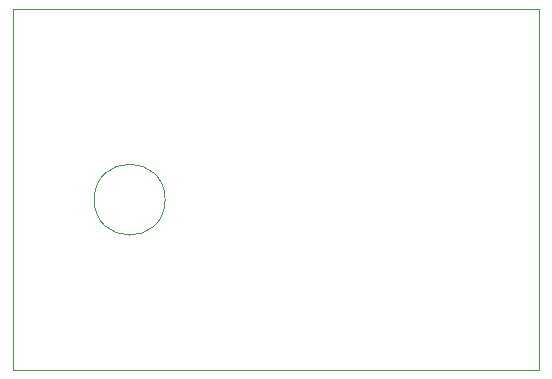
<source format=gbr>
%TF.GenerationSoftware,KiCad,Pcbnew,8.0.7*%
%TF.CreationDate,2024-12-27T16:43:22+10:00*%
%TF.ProjectId,Input Board 2,496e7075-7420-4426-9f61-726420322e6b,rev?*%
%TF.SameCoordinates,Original*%
%TF.FileFunction,Profile,NP*%
%FSLAX46Y46*%
G04 Gerber Fmt 4.6, Leading zero omitted, Abs format (unit mm)*
G04 Created by KiCad (PCBNEW 8.0.7) date 2024-12-27 16:43:22*
%MOMM*%
%LPD*%
G01*
G04 APERTURE LIST*
%TA.AperFunction,Profile*%
%ADD10C,0.050000*%
%TD*%
G04 APERTURE END LIST*
D10*
X117500000Y-100500000D02*
G75*
G02*
X111500000Y-100500000I-3000000J0D01*
G01*
X111500000Y-100500000D02*
G75*
G02*
X117500000Y-100500000I3000000J0D01*
G01*
X104660000Y-84400000D02*
X149160000Y-84400000D01*
X149160000Y-114900000D01*
X104660000Y-114900000D01*
X104660000Y-84400000D01*
M02*

</source>
